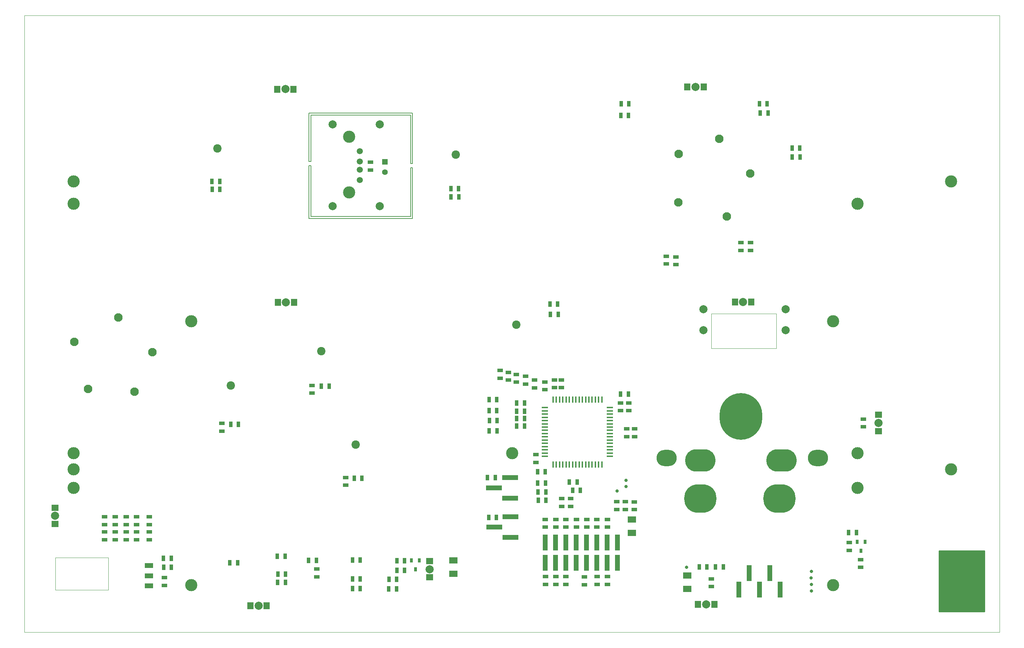
<source format=gbs>
G04 (created by PCBNEW (2013-07-07 BZR 4022)-stable) date 26-03-2016 11:34:51*
%MOIN*%
G04 Gerber Fmt 3.4, Leading zero omitted, Abs format*
%FSLAX34Y34*%
G01*
G70*
G90*
G04 APERTURE LIST*
%ADD10C,0.00590551*%
%ADD11C,0.00787402*%
%ADD12C,0.00393701*%
%ADD13C,0.11811*%
%ADD14C,0.0591*%
%ADD15C,0.1181*%
%ADD16R,0.0787402X0.0472441*%
%ADD17R,0.015748X0.0629921*%
%ADD18R,0.0629921X0.015748*%
%ADD19C,0.0811024*%
%ADD20C,0.0314961*%
%ADD21R,0.0315X0.0394*%
%ADD22R,0.08X0.06*%
%ADD23R,0.055X0.055*%
%ADD24C,0.055*%
%ADD25C,0.0826772*%
%ADD26C,0.0787402*%
%ADD27O,0.19685X0.15748*%
%ADD28O,0.413386X0.452756*%
%ADD29O,0.295276X0.216535*%
%ADD30O,0.314961X0.275591*%
%ADD31R,0.05X0.15748*%
%ADD32R,0.15748X0.05*%
%ADD33R,0.0590551X0.0708661*%
%ADD34R,0.0708661X0.0590551*%
%ADD35R,0.055X0.035*%
%ADD36R,0.035X0.055*%
%ADD37C,0.01*%
G04 APERTURE END LIST*
G54D10*
G54D11*
X47440Y-36417D02*
X47440Y-40944D01*
X57086Y-36417D02*
X47440Y-36417D01*
X57086Y-41141D02*
X57086Y-36417D01*
X57283Y-41141D02*
X57086Y-41141D01*
X57283Y-36220D02*
X57283Y-41141D01*
X47244Y-36220D02*
X57283Y-36220D01*
X47244Y-40944D02*
X47244Y-36220D01*
X47440Y-40944D02*
X47244Y-40944D01*
X47440Y-46259D02*
X47440Y-41338D01*
X57086Y-46259D02*
X47440Y-46259D01*
X57086Y-41535D02*
X57086Y-46259D01*
X57283Y-41535D02*
X57086Y-41535D01*
X57283Y-46456D02*
X57283Y-41535D01*
X47244Y-46456D02*
X57283Y-46456D01*
X47244Y-41338D02*
X47244Y-46456D01*
X47440Y-41338D02*
X47244Y-41338D01*
G54D12*
X19685Y-26771D02*
X19763Y-26771D01*
X19685Y-86614D02*
X19685Y-26771D01*
X114173Y-86614D02*
X19685Y-86614D01*
X114173Y-26771D02*
X114173Y-86614D01*
X19685Y-26771D02*
X114173Y-26771D01*
X86220Y-55708D02*
X86417Y-55708D01*
X86220Y-59055D02*
X86220Y-55708D01*
X92519Y-59055D02*
X86220Y-59055D01*
X92519Y-55708D02*
X92519Y-59055D01*
X86417Y-55708D02*
X92519Y-55708D01*
X22677Y-79350D02*
X22687Y-79350D01*
X22677Y-82490D02*
X22677Y-79350D01*
X27411Y-82490D02*
X22677Y-82490D01*
X27805Y-82490D02*
X27411Y-82490D01*
X27805Y-79350D02*
X27805Y-82490D01*
X22696Y-79350D02*
X27805Y-79350D01*
G54D13*
X24421Y-70814D03*
X24421Y-42858D03*
X100405Y-69240D03*
X109460Y-42862D03*
X109460Y-70814D03*
X98043Y-82035D03*
X98043Y-56444D03*
X100405Y-45027D03*
X35838Y-56444D03*
X35838Y-82035D03*
X66940Y-69240D03*
X24421Y-45027D03*
X24421Y-69240D03*
X24421Y-72586D03*
X100405Y-72586D03*
G54D14*
X52170Y-42746D03*
X52170Y-41746D03*
X52170Y-40946D03*
X52170Y-39946D03*
G54D15*
X51120Y-43946D03*
X51120Y-38546D03*
G54D16*
X31740Y-81129D03*
X31740Y-82114D03*
X31740Y-80145D03*
G54D17*
X75627Y-70320D03*
X75312Y-70320D03*
X74998Y-70320D03*
X74683Y-70320D03*
X74368Y-70320D03*
X74053Y-70320D03*
X73738Y-70320D03*
X73423Y-70320D03*
X73108Y-70320D03*
X72793Y-70320D03*
X72478Y-70320D03*
X72163Y-70320D03*
X71848Y-70320D03*
X71533Y-70320D03*
X71218Y-70320D03*
X70903Y-70320D03*
X70903Y-64021D03*
X71218Y-64021D03*
X71533Y-64021D03*
X71848Y-64021D03*
X72163Y-64021D03*
X72478Y-64021D03*
X72793Y-64021D03*
X73108Y-64021D03*
X73423Y-64021D03*
X73738Y-64021D03*
X74053Y-64021D03*
X74368Y-64021D03*
X74683Y-64021D03*
X74998Y-64021D03*
X75312Y-64021D03*
X75627Y-64021D03*
G54D18*
X70116Y-69533D03*
X70116Y-69218D03*
X70116Y-68903D03*
X70116Y-68588D03*
X70116Y-68273D03*
X70116Y-67958D03*
X70116Y-67643D03*
X70116Y-67328D03*
X70116Y-67013D03*
X70116Y-66698D03*
X70116Y-66383D03*
X70116Y-66068D03*
X70116Y-65753D03*
X70116Y-65438D03*
X70116Y-65124D03*
X70116Y-64809D03*
X76415Y-64809D03*
X76415Y-65124D03*
X76415Y-65438D03*
X76415Y-65753D03*
X76415Y-66068D03*
X76415Y-66383D03*
X76415Y-66698D03*
X76415Y-67013D03*
X76415Y-67328D03*
X76415Y-67643D03*
X76415Y-67958D03*
X76415Y-68273D03*
X76415Y-68588D03*
X76415Y-68903D03*
X76415Y-69218D03*
X76415Y-69533D03*
G54D19*
X48440Y-59318D03*
X39681Y-62665D03*
X67334Y-56759D03*
X61460Y-40269D03*
X38354Y-39669D03*
X51767Y-68385D03*
G54D20*
X95933Y-81948D03*
X95940Y-80712D03*
X95905Y-81346D03*
X95944Y-82582D03*
X77960Y-72480D03*
X77960Y-71877D03*
X77090Y-72905D03*
X83838Y-80287D03*
G54D21*
X57553Y-80490D03*
X57928Y-79624D03*
X57178Y-79624D03*
X100744Y-78704D03*
X101119Y-77838D03*
X100369Y-77838D03*
G54D22*
X83909Y-81098D03*
X83909Y-82398D03*
X61236Y-80941D03*
X61236Y-79641D03*
X78543Y-76959D03*
X78543Y-75659D03*
G54D23*
X54617Y-40954D03*
G54D24*
X54617Y-41954D03*
G54D25*
X32082Y-59433D03*
X30344Y-63269D03*
X25824Y-62990D03*
X24492Y-58429D03*
X28775Y-56074D03*
X83066Y-40199D03*
X87008Y-38715D03*
X90006Y-42109D03*
X87723Y-46276D03*
X83030Y-44912D03*
G54D26*
X85740Y-83905D03*
X102421Y-66299D03*
X89311Y-54551D03*
X45009Y-54586D03*
X42358Y-84031D03*
X22649Y-75314D03*
X44956Y-33913D03*
X84688Y-33704D03*
G54D27*
X96574Y-69685D03*
G54D28*
X89094Y-65649D03*
G54D29*
X93031Y-69944D03*
X85157Y-69944D03*
G54D30*
X85157Y-73625D03*
X92834Y-73625D03*
G54D27*
X81909Y-69685D03*
G54D31*
X92901Y-82448D03*
X91901Y-80874D03*
X90901Y-82448D03*
X89901Y-80874D03*
X88901Y-82448D03*
G54D32*
X66771Y-75409D03*
X65196Y-76409D03*
X66771Y-77409D03*
X66751Y-71610D03*
X65177Y-72610D03*
X66751Y-73610D03*
G54D31*
X77136Y-79855D03*
X77136Y-77886D03*
X76136Y-79855D03*
X76136Y-77886D03*
X75136Y-79855D03*
X75136Y-77886D03*
X74136Y-79855D03*
X74136Y-77886D03*
X73136Y-79855D03*
X73136Y-77886D03*
X72136Y-79855D03*
X72136Y-77886D03*
X71136Y-79855D03*
X71136Y-77886D03*
X70136Y-79855D03*
X70136Y-77886D03*
G54D33*
X86527Y-83909D03*
X84948Y-83909D03*
G54D34*
X102421Y-67086D03*
X102421Y-65507D03*
G54D33*
X90102Y-54559D03*
X88523Y-54559D03*
X44224Y-54582D03*
X45803Y-54582D03*
X41570Y-84031D03*
X43149Y-84031D03*
G54D34*
X22649Y-76102D03*
X22649Y-74523D03*
G54D33*
X45748Y-33921D03*
X44169Y-33921D03*
X83909Y-33708D03*
X85488Y-33708D03*
G54D35*
X77066Y-74686D03*
X77066Y-73936D03*
X77903Y-74686D03*
X77903Y-73936D03*
X78779Y-74705D03*
X78779Y-73955D03*
G54D36*
X69388Y-71023D03*
X70138Y-71023D03*
G54D35*
X86220Y-81416D03*
X86220Y-82166D03*
X53190Y-41010D03*
X53190Y-41760D03*
X89114Y-49558D03*
X89114Y-48808D03*
G54D36*
X33898Y-79417D03*
X33148Y-79417D03*
X33906Y-80307D03*
X33156Y-80307D03*
X51459Y-81444D03*
X52209Y-81444D03*
G54D35*
X33232Y-81298D03*
X33232Y-82048D03*
G54D36*
X47203Y-79622D03*
X47953Y-79622D03*
G54D35*
X48000Y-80467D03*
X48000Y-81217D03*
G54D36*
X69408Y-72137D03*
X70158Y-72137D03*
X69447Y-72984D03*
X70197Y-72984D03*
X69463Y-73814D03*
X70213Y-73814D03*
G54D35*
X69094Y-62134D03*
X69094Y-62884D03*
X68238Y-61780D03*
X68238Y-62530D03*
X67342Y-61583D03*
X67342Y-62333D03*
X65783Y-61207D03*
X65783Y-61957D03*
G54D36*
X51459Y-82350D03*
X52209Y-82350D03*
G54D35*
X82800Y-50190D03*
X82800Y-50940D03*
G54D36*
X91723Y-36240D03*
X90973Y-36240D03*
X94833Y-40492D03*
X94083Y-40492D03*
X56510Y-79663D03*
X55760Y-79663D03*
X44215Y-81775D03*
X44965Y-81775D03*
X51455Y-79582D03*
X52205Y-79582D03*
X39569Y-79858D03*
X40319Y-79858D03*
X44172Y-79232D03*
X44922Y-79232D03*
G54D35*
X90049Y-48798D03*
X90049Y-49548D03*
X78234Y-65101D03*
X78234Y-64351D03*
X77446Y-65101D03*
X77446Y-64351D03*
G54D36*
X68130Y-66584D03*
X67380Y-66584D03*
X68130Y-65875D03*
X67380Y-65875D03*
X72483Y-72019D03*
X73233Y-72019D03*
X72786Y-72830D03*
X73536Y-72830D03*
G54D35*
X78812Y-66873D03*
X78812Y-67623D03*
X78025Y-66873D03*
X78025Y-67623D03*
G54D36*
X77436Y-63500D03*
X78186Y-63500D03*
X87394Y-80255D03*
X86644Y-80255D03*
X85808Y-80251D03*
X85058Y-80251D03*
X68128Y-65163D03*
X67378Y-65163D03*
G54D35*
X71732Y-73640D03*
X71732Y-74390D03*
X72598Y-74390D03*
X72598Y-73640D03*
X71045Y-62873D03*
X71045Y-62123D03*
X71714Y-62123D03*
X71714Y-62873D03*
G54D36*
X55737Y-81448D03*
X54987Y-81448D03*
X55725Y-82381D03*
X54975Y-82381D03*
X55760Y-80608D03*
X56510Y-80608D03*
X99546Y-76940D03*
X100296Y-76940D03*
G54D35*
X100968Y-66674D03*
X100968Y-65924D03*
X100692Y-79550D03*
X100692Y-80300D03*
X99618Y-78654D03*
X99618Y-77904D03*
G54D36*
X44227Y-80960D03*
X44977Y-80960D03*
X68128Y-64375D03*
X67378Y-64375D03*
X61756Y-44372D03*
X61006Y-44372D03*
X71394Y-55755D03*
X70644Y-55755D03*
X48443Y-62726D03*
X49193Y-62726D03*
X39664Y-66437D03*
X40414Y-66437D03*
X51632Y-71653D03*
X52382Y-71653D03*
X37853Y-43618D03*
X38603Y-43618D03*
X60995Y-43568D03*
X61745Y-43568D03*
X71351Y-54755D03*
X70601Y-54755D03*
X64711Y-67051D03*
X65461Y-67051D03*
X64664Y-75448D03*
X65414Y-75448D03*
X64546Y-71590D03*
X65296Y-71590D03*
X64723Y-66074D03*
X65473Y-66074D03*
G54D35*
X66564Y-61386D03*
X66564Y-62136D03*
G54D36*
X64699Y-64043D03*
X65449Y-64043D03*
X38587Y-42870D03*
X37837Y-42870D03*
G54D35*
X76152Y-81962D03*
X76152Y-81212D03*
X75168Y-81962D03*
X75168Y-81212D03*
X73948Y-81985D03*
X73948Y-81235D03*
X71152Y-76411D03*
X71152Y-75661D03*
X72136Y-81962D03*
X72136Y-81212D03*
X71152Y-81962D03*
X71152Y-81212D03*
X76152Y-76411D03*
X76152Y-75661D03*
X75128Y-76411D03*
X75128Y-75661D03*
X74184Y-76411D03*
X74184Y-75661D03*
X73160Y-76411D03*
X73160Y-75661D03*
X72136Y-76411D03*
X72136Y-75661D03*
X70128Y-76411D03*
X70128Y-75661D03*
X70168Y-81962D03*
X70168Y-81212D03*
X69228Y-70126D03*
X69228Y-69376D03*
G54D36*
X78209Y-36476D03*
X77459Y-36476D03*
G54D35*
X27440Y-77619D03*
X27440Y-76869D03*
X28464Y-77619D03*
X28464Y-76869D03*
X29527Y-77619D03*
X29527Y-76869D03*
X30551Y-77619D03*
X30551Y-76869D03*
X31771Y-77619D03*
X31771Y-76869D03*
X70088Y-63071D03*
X70088Y-62321D03*
G54D36*
X94804Y-39635D03*
X94054Y-39635D03*
X91639Y-35329D03*
X90889Y-35329D03*
X77489Y-35334D03*
X78239Y-35334D03*
G54D35*
X81865Y-50872D03*
X81865Y-50122D03*
X27440Y-76162D03*
X27440Y-75412D03*
X28464Y-76162D03*
X28464Y-75412D03*
G54D36*
X64695Y-65098D03*
X65445Y-65098D03*
G54D35*
X38799Y-67087D03*
X38799Y-66337D03*
X47539Y-63406D03*
X47539Y-62656D03*
X31771Y-76162D03*
X31771Y-75412D03*
X30551Y-76162D03*
X30551Y-75412D03*
X50797Y-72333D03*
X50797Y-71583D03*
X29527Y-76162D03*
X29527Y-75412D03*
G54D34*
X58937Y-79700D03*
X58937Y-81279D03*
G54D26*
X58927Y-80492D03*
X49527Y-37322D03*
X49527Y-45275D03*
X54094Y-37322D03*
X54094Y-45275D03*
X85472Y-57283D03*
X93425Y-57283D03*
X93425Y-55275D03*
X85472Y-55275D03*
G54D10*
G36*
X112705Y-84595D02*
X108317Y-84595D01*
X108317Y-78711D01*
X112705Y-78711D01*
X112705Y-84595D01*
X112705Y-84595D01*
G37*
G54D37*
X112705Y-84595D02*
X108317Y-84595D01*
X108317Y-78711D01*
X112705Y-78711D01*
X112705Y-84595D01*
M02*

</source>
